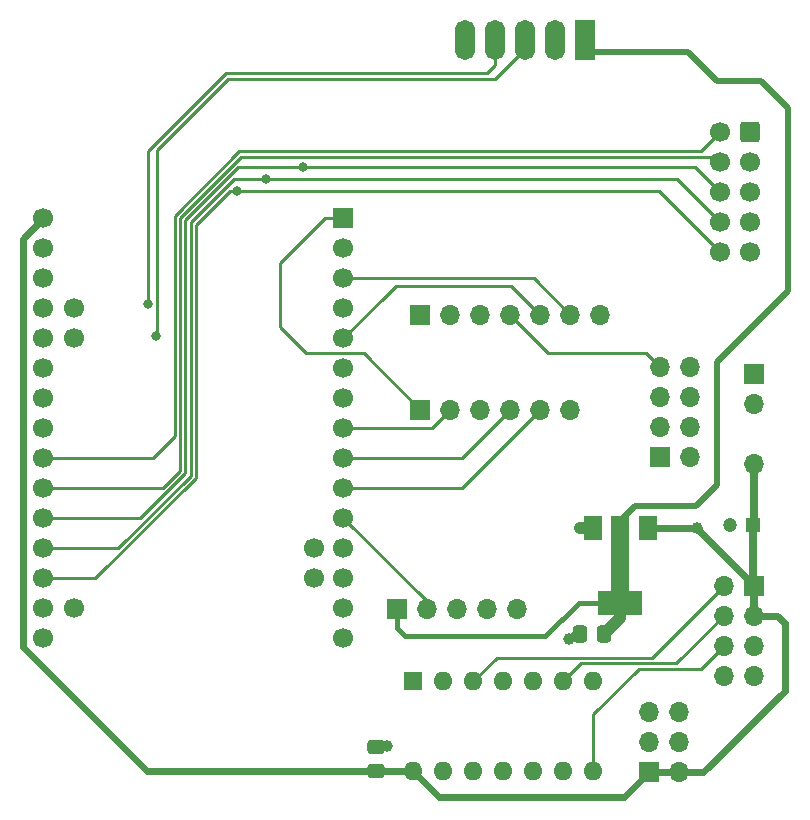
<source format=gbl>
G04 #@! TF.GenerationSoftware,KiCad,Pcbnew,7.0.5*
G04 #@! TF.CreationDate,2024-02-16T17:16:27-05:00*
G04 #@! TF.ProjectId,SoyuzControlBoard,536f7975-7a43-46f6-9e74-726f6c426f61,rev?*
G04 #@! TF.SameCoordinates,Original*
G04 #@! TF.FileFunction,Copper,L2,Bot*
G04 #@! TF.FilePolarity,Positive*
%FSLAX46Y46*%
G04 Gerber Fmt 4.6, Leading zero omitted, Abs format (unit mm)*
G04 Created by KiCad (PCBNEW 7.0.5) date 2024-02-16 17:16:27*
%MOMM*%
%LPD*%
G01*
G04 APERTURE LIST*
G04 Aperture macros list*
%AMRoundRect*
0 Rectangle with rounded corners*
0 $1 Rounding radius*
0 $2 $3 $4 $5 $6 $7 $8 $9 X,Y pos of 4 corners*
0 Add a 4 corners polygon primitive as box body*
4,1,4,$2,$3,$4,$5,$6,$7,$8,$9,$2,$3,0*
0 Add four circle primitives for the rounded corners*
1,1,$1+$1,$2,$3*
1,1,$1+$1,$4,$5*
1,1,$1+$1,$6,$7*
1,1,$1+$1,$8,$9*
0 Add four rect primitives between the rounded corners*
20,1,$1+$1,$2,$3,$4,$5,0*
20,1,$1+$1,$4,$5,$6,$7,0*
20,1,$1+$1,$6,$7,$8,$9,0*
20,1,$1+$1,$8,$9,$2,$3,0*%
G04 Aperture macros list end*
G04 #@! TA.AperFunction,ComponentPad*
%ADD10R,1.700000X1.700000*%
G04 #@! TD*
G04 #@! TA.AperFunction,ComponentPad*
%ADD11O,1.700000X1.700000*%
G04 #@! TD*
G04 #@! TA.AperFunction,ComponentPad*
%ADD12C,1.700000*%
G04 #@! TD*
G04 #@! TA.AperFunction,ComponentPad*
%ADD13R,1.200000X1.200000*%
G04 #@! TD*
G04 #@! TA.AperFunction,ComponentPad*
%ADD14C,1.200000*%
G04 #@! TD*
G04 #@! TA.AperFunction,ComponentPad*
%ADD15RoundRect,0.250000X0.600000X0.600000X-0.600000X0.600000X-0.600000X-0.600000X0.600000X-0.600000X0*%
G04 #@! TD*
G04 #@! TA.AperFunction,SMDPad,CuDef*
%ADD16RoundRect,0.250000X0.337500X0.475000X-0.337500X0.475000X-0.337500X-0.475000X0.337500X-0.475000X0*%
G04 #@! TD*
G04 #@! TA.AperFunction,ComponentPad*
%ADD17R,1.600000X1.600000*%
G04 #@! TD*
G04 #@! TA.AperFunction,ComponentPad*
%ADD18O,1.600000X1.600000*%
G04 #@! TD*
G04 #@! TA.AperFunction,SMDPad,CuDef*
%ADD19R,1.500000X2.000000*%
G04 #@! TD*
G04 #@! TA.AperFunction,SMDPad,CuDef*
%ADD20R,3.800000X2.000000*%
G04 #@! TD*
G04 #@! TA.AperFunction,ComponentPad*
%ADD21R,1.700000X3.400000*%
G04 #@! TD*
G04 #@! TA.AperFunction,ComponentPad*
%ADD22O,1.700000X3.400000*%
G04 #@! TD*
G04 #@! TA.AperFunction,SMDPad,CuDef*
%ADD23RoundRect,0.250000X0.475000X-0.337500X0.475000X0.337500X-0.475000X0.337500X-0.475000X-0.337500X0*%
G04 #@! TD*
G04 #@! TA.AperFunction,ViaPad*
%ADD24C,0.800000*%
G04 #@! TD*
G04 #@! TA.AperFunction,ViaPad*
%ADD25C,1.000000*%
G04 #@! TD*
G04 #@! TA.AperFunction,Conductor*
%ADD26C,0.250000*%
G04 #@! TD*
G04 #@! TA.AperFunction,Conductor*
%ADD27C,0.600000*%
G04 #@! TD*
G04 #@! TA.AperFunction,Conductor*
%ADD28C,0.700000*%
G04 #@! TD*
G04 #@! TA.AperFunction,Conductor*
%ADD29C,0.400000*%
G04 #@! TD*
G04 #@! TA.AperFunction,Conductor*
%ADD30C,1.000000*%
G04 #@! TD*
G04 #@! TA.AperFunction,Conductor*
%ADD31C,0.500000*%
G04 #@! TD*
G04 #@! TA.AperFunction,Conductor*
%ADD32C,1.500000*%
G04 #@! TD*
G04 APERTURE END LIST*
D10*
X118400000Y-84980000D03*
D11*
X120940000Y-84980000D03*
X118400000Y-82440000D03*
X120940000Y-82440000D03*
X118400000Y-79900000D03*
X120940000Y-79900000D03*
D12*
X69700000Y-45720000D03*
X90020000Y-68580000D03*
X69700000Y-48260000D03*
D10*
X127290000Y-69200000D03*
D11*
X124750000Y-69200000D03*
X127290000Y-71740000D03*
X124750000Y-71740000D03*
X127290000Y-74280000D03*
X124750000Y-74280000D03*
X127290000Y-76820000D03*
X124750000Y-76820000D03*
D12*
X69700000Y-71120000D03*
X90020000Y-66040000D03*
D13*
X127250000Y-64050000D03*
D14*
X125250000Y-64050000D03*
D10*
X119360000Y-58340000D03*
D11*
X121900000Y-58340000D03*
X119360000Y-55800000D03*
X121900000Y-55800000D03*
X119360000Y-53260000D03*
X121900000Y-53260000D03*
X119360000Y-50720000D03*
X121900000Y-50720000D03*
D15*
X127000000Y-30840000D03*
D12*
X124460000Y-30840000D03*
X127000000Y-33380000D03*
X124460000Y-33380000D03*
X127000000Y-35920000D03*
X124460000Y-35920000D03*
X127000000Y-38460000D03*
X124460000Y-38460000D03*
X127000000Y-41000000D03*
X124460000Y-41000000D03*
D16*
X114637500Y-73300000D03*
X112562500Y-73300000D03*
D10*
X92539500Y-38100000D03*
D12*
X92539500Y-40640000D03*
X92539500Y-43180000D03*
X92539500Y-45720000D03*
X92539500Y-48260000D03*
X92539500Y-50800000D03*
X92539500Y-53340000D03*
X92539500Y-55880000D03*
X92539500Y-58420000D03*
X92539500Y-60960000D03*
X92539500Y-63500000D03*
X92539500Y-66040000D03*
X92539500Y-68580000D03*
X92539500Y-71120000D03*
X92539500Y-73660000D03*
X67139500Y-73660000D03*
X67139500Y-71120000D03*
X67139500Y-68580000D03*
X67139500Y-66040000D03*
X67139500Y-63500000D03*
X67139500Y-60960000D03*
X67139500Y-58420000D03*
X67139500Y-55880000D03*
X67139500Y-53340000D03*
X67139500Y-50800000D03*
X67139500Y-48260000D03*
X67139500Y-45720000D03*
X67139500Y-43180000D03*
X67139500Y-40640000D03*
X67139500Y-38100000D03*
D17*
X98475000Y-77300000D03*
D18*
X101015000Y-77300000D03*
X103555000Y-77300000D03*
X106095000Y-77300000D03*
X108635000Y-77300000D03*
X111175000Y-77300000D03*
X113715000Y-77300000D03*
X113715000Y-84920000D03*
X111175000Y-84920000D03*
X108635000Y-84920000D03*
X106095000Y-84920000D03*
X103555000Y-84920000D03*
X101015000Y-84920000D03*
X98475000Y-84920000D03*
D19*
X113700000Y-64350000D03*
X116000000Y-64350000D03*
D20*
X116000000Y-70650000D03*
D19*
X118300000Y-64350000D03*
D21*
X112980000Y-23000000D03*
D22*
X110440000Y-23000000D03*
X107900000Y-23000000D03*
X105360000Y-23000000D03*
X102820000Y-23000000D03*
D10*
X127300000Y-51300000D03*
D11*
X127300000Y-53840000D03*
X127300000Y-58920000D03*
D23*
X95300000Y-84937500D03*
X95300000Y-82862500D03*
D10*
X99060000Y-54305200D03*
D11*
X101600000Y-54305200D03*
X104140000Y-54305200D03*
X106680000Y-54305200D03*
X109220000Y-54305200D03*
X111760000Y-54305200D03*
D10*
X97050000Y-71225000D03*
D11*
X99590000Y-71225000D03*
X102130000Y-71225000D03*
X104670000Y-71225000D03*
X107210000Y-71225000D03*
D10*
X99060000Y-46300000D03*
D11*
X101600000Y-46300000D03*
X104140000Y-46300000D03*
X106680000Y-46300000D03*
X109220000Y-46300000D03*
X111760000Y-46300000D03*
X114300000Y-46300000D03*
D24*
X114637500Y-73300000D03*
D25*
X122440000Y-64350000D03*
X112600000Y-64300000D03*
X96250000Y-82750000D03*
X111600000Y-73700000D03*
D24*
X76700000Y-48100000D03*
X76000000Y-45400000D03*
X89100000Y-33800000D03*
X86000000Y-34800000D03*
X83500000Y-35800000D03*
D26*
X117550000Y-76250000D02*
X122780000Y-76250000D01*
X113715000Y-80085000D02*
X117550000Y-76250000D01*
X122780000Y-76250000D02*
X124750000Y-74280000D01*
X113715000Y-84920000D02*
X113715000Y-80085000D01*
X120690000Y-75800000D02*
X124750000Y-71740000D01*
X112675000Y-75800000D02*
X120690000Y-75800000D01*
X111175000Y-77300000D02*
X112675000Y-75800000D01*
X118650000Y-75300000D02*
X105555000Y-75300000D01*
X124750000Y-69200000D02*
X118650000Y-75300000D01*
X105555000Y-75300000D02*
X103555000Y-77300000D01*
D27*
X116280000Y-87100000D02*
X118400000Y-84980000D01*
X100655000Y-87100000D02*
X116280000Y-87100000D01*
X118400000Y-84980000D02*
X120940000Y-84980000D01*
X123020000Y-84980000D02*
X129900000Y-78100000D01*
X120940000Y-84980000D02*
X123020000Y-84980000D01*
D28*
X127250000Y-69160000D02*
X127290000Y-69200000D01*
X127300000Y-58920000D02*
X127300000Y-64000000D01*
D27*
X129240000Y-71740000D02*
X129900000Y-72400000D01*
X118300000Y-64350000D02*
X122440000Y-64350000D01*
D28*
X127300000Y-64000000D02*
X127250000Y-64050000D01*
D27*
X100655000Y-87100000D02*
X98475000Y-84920000D01*
X65400000Y-39839500D02*
X65400000Y-74400000D01*
X122440000Y-64350000D02*
X127290000Y-69200000D01*
X75937500Y-84937500D02*
X95300000Y-84937500D01*
D28*
X127250000Y-64050000D02*
X127250000Y-69160000D01*
D27*
X95300000Y-84937500D02*
X98457500Y-84937500D01*
X67139500Y-38100000D02*
X65400000Y-39839500D01*
D29*
X98457500Y-84937500D02*
X98475000Y-84920000D01*
D27*
X129900000Y-72400000D02*
X129900000Y-78100000D01*
X65400000Y-74400000D02*
X75937500Y-84937500D01*
D28*
X127290000Y-69200000D02*
X127290000Y-71740000D01*
D27*
X127290000Y-71740000D02*
X129240000Y-71740000D01*
D29*
X96137500Y-82862500D02*
X96250000Y-82750000D01*
D30*
X112600000Y-64300000D02*
X113650000Y-64300000D01*
D29*
X112562500Y-73300000D02*
X112000000Y-73300000D01*
X113650000Y-64300000D02*
X113700000Y-64350000D01*
X112000000Y-73300000D02*
X111600000Y-73700000D01*
X95300000Y-82862500D02*
X96137500Y-82862500D01*
D31*
X113180000Y-24000000D02*
X112980000Y-23800000D01*
X127900000Y-26500000D02*
X124200000Y-26500000D01*
X116000000Y-64350000D02*
X116000000Y-63700000D01*
X116000000Y-63700000D02*
X117200000Y-62500000D01*
D29*
X109600000Y-73500000D02*
X112450000Y-70650000D01*
D31*
X121700000Y-24000000D02*
X113180000Y-24000000D01*
X124200000Y-50300000D02*
X130200000Y-44300000D01*
X117200000Y-62500000D02*
X122400000Y-62500000D01*
X130200000Y-28800000D02*
X127900000Y-26500000D01*
D30*
X116000000Y-70650000D02*
X116000000Y-71937500D01*
D31*
X122400000Y-62500000D02*
X124200000Y-60700000D01*
D29*
X97750000Y-73500000D02*
X109600000Y-73500000D01*
D31*
X124200000Y-26500000D02*
X121700000Y-24000000D01*
X124200000Y-60700000D02*
X124200000Y-50300000D01*
D32*
X116000000Y-70650000D02*
X116000000Y-64350000D01*
D29*
X112450000Y-70650000D02*
X116000000Y-70650000D01*
X97050000Y-71225000D02*
X97050000Y-72800000D01*
D31*
X130200000Y-44300000D02*
X130200000Y-28800000D01*
D30*
X116000000Y-71937500D02*
X114637500Y-73300000D01*
D29*
X97050000Y-72800000D02*
X97750000Y-73500000D01*
D26*
X92539500Y-63500000D02*
X99590000Y-70550500D01*
X99590000Y-70550500D02*
X99590000Y-71225000D01*
X107900000Y-23800000D02*
X105400000Y-26300000D01*
X76725000Y-32311396D02*
X76725000Y-48075000D01*
X76725000Y-48075000D02*
X76700000Y-48100000D01*
X82736396Y-26300000D02*
X105400000Y-26300000D01*
X76725000Y-32311396D02*
X82736396Y-26300000D01*
X76000000Y-32400000D02*
X82600000Y-25800000D01*
X76000000Y-32400000D02*
X76000000Y-45400000D01*
X104700000Y-25800000D02*
X82600000Y-25800000D01*
X105360000Y-25140000D02*
X104700000Y-25800000D01*
X105360000Y-23800000D02*
X105360000Y-25140000D01*
X91927500Y-55880000D02*
X100025200Y-55880000D01*
X100025200Y-55880000D02*
X101600000Y-54305200D01*
X91927500Y-60960000D02*
X102565200Y-60960000D01*
X102565200Y-60960000D02*
X109220000Y-54305200D01*
X108640000Y-43180000D02*
X91927500Y-43180000D01*
X111760000Y-46300000D02*
X108640000Y-43180000D01*
X119360000Y-50720000D02*
X118140000Y-49500000D01*
X118140000Y-49500000D02*
X109880000Y-49500000D01*
X109880000Y-49500000D02*
X106680000Y-46300000D01*
X96200000Y-44600000D02*
X96199500Y-44600000D01*
X109220000Y-46300000D02*
X106720000Y-43800000D01*
X106720000Y-43800000D02*
X97000000Y-43800000D01*
X97000000Y-43800000D02*
X96200000Y-44600000D01*
X96199500Y-44600000D02*
X92539500Y-48260000D01*
X91927500Y-58420000D02*
X102565200Y-58420000D01*
X102565200Y-58420000D02*
X106680000Y-54305200D01*
X76380000Y-58420000D02*
X66527500Y-58420000D01*
X78250000Y-37904416D02*
X78250000Y-56550000D01*
X124460000Y-30840000D02*
X122850000Y-32450000D01*
X78250000Y-56550000D02*
X76380000Y-58420000D01*
X83704416Y-32450000D02*
X78250000Y-37904416D01*
X122850000Y-32450000D02*
X83704416Y-32450000D01*
X83890812Y-32900000D02*
X123980000Y-32900000D01*
X78700000Y-38090812D02*
X83890812Y-32900000D01*
X77240000Y-60960000D02*
X78700000Y-59500000D01*
X123980000Y-32900000D02*
X124460000Y-33380000D01*
X66527500Y-60960000D02*
X77240000Y-60960000D01*
X78700000Y-59500000D02*
X78700000Y-38090812D01*
X79150000Y-59700000D02*
X75350000Y-63500000D01*
X83627208Y-33800000D02*
X79150000Y-38277208D01*
X89100000Y-33800000D02*
X83627208Y-33800000D01*
X124460000Y-35920000D02*
X122340000Y-33800000D01*
X79150000Y-38277208D02*
X79150000Y-59700000D01*
X75350000Y-63500000D02*
X66527500Y-63500000D01*
X89100000Y-33800000D02*
X122340000Y-33800000D01*
X83263604Y-34800000D02*
X86000000Y-34800000D01*
X79600000Y-59886396D02*
X79600000Y-38463604D01*
X73446396Y-66040000D02*
X79600000Y-59886396D01*
X66527500Y-66040000D02*
X73446396Y-66040000D01*
X86000000Y-34800000D02*
X120800000Y-34800000D01*
X79600000Y-38463604D02*
X83263604Y-34800000D01*
X120800000Y-34800000D02*
X124460000Y-38460000D01*
X80050000Y-60072792D02*
X71542792Y-68580000D01*
X80050000Y-38650000D02*
X80050000Y-60072792D01*
X83500000Y-35800000D02*
X119260000Y-35800000D01*
X124460000Y-41000000D02*
X119260000Y-35800000D01*
X71542792Y-68580000D02*
X66527500Y-68580000D01*
X82900000Y-35800000D02*
X80050000Y-38650000D01*
X83500000Y-35800000D02*
X82900000Y-35800000D01*
X94254800Y-49500000D02*
X99060000Y-54305200D01*
X91927500Y-38100000D02*
X91000000Y-38100000D01*
X89400000Y-49500000D02*
X94254800Y-49500000D01*
X87200000Y-47300000D02*
X89400000Y-49500000D01*
X91000000Y-38100000D02*
X87200000Y-41900000D01*
X87200000Y-41900000D02*
X87200000Y-47300000D01*
M02*

</source>
